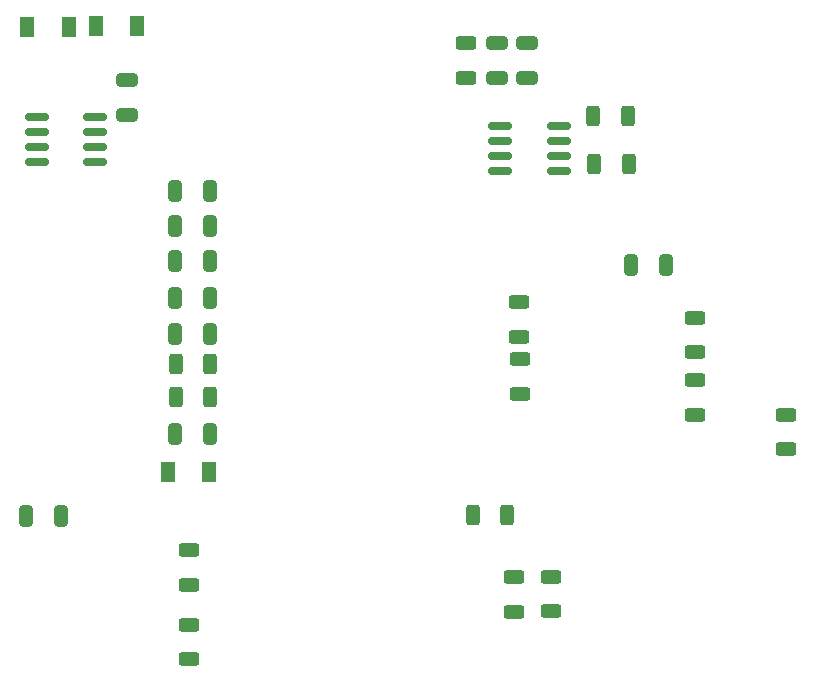
<source format=gbr>
%TF.GenerationSoftware,KiCad,Pcbnew,(6.0.7)*%
%TF.CreationDate,2023-04-23T16:52:27-04:00*%
%TF.ProjectId,NPN Tracer V2b-jlcpcb,4e504e20-5472-4616-9365-72205632622d,rev?*%
%TF.SameCoordinates,Original*%
%TF.FileFunction,Paste,Top*%
%TF.FilePolarity,Positive*%
%FSLAX46Y46*%
G04 Gerber Fmt 4.6, Leading zero omitted, Abs format (unit mm)*
G04 Created by KiCad (PCBNEW (6.0.7)) date 2023-04-23 16:52:27*
%MOMM*%
%LPD*%
G01*
G04 APERTURE LIST*
G04 Aperture macros list*
%AMRoundRect*
0 Rectangle with rounded corners*
0 $1 Rounding radius*
0 $2 $3 $4 $5 $6 $7 $8 $9 X,Y pos of 4 corners*
0 Add a 4 corners polygon primitive as box body*
4,1,4,$2,$3,$4,$5,$6,$7,$8,$9,$2,$3,0*
0 Add four circle primitives for the rounded corners*
1,1,$1+$1,$2,$3*
1,1,$1+$1,$4,$5*
1,1,$1+$1,$6,$7*
1,1,$1+$1,$8,$9*
0 Add four rect primitives between the rounded corners*
20,1,$1+$1,$2,$3,$4,$5,0*
20,1,$1+$1,$4,$5,$6,$7,0*
20,1,$1+$1,$6,$7,$8,$9,0*
20,1,$1+$1,$8,$9,$2,$3,0*%
G04 Aperture macros list end*
%ADD10RoundRect,0.150000X-0.825000X-0.150000X0.825000X-0.150000X0.825000X0.150000X-0.825000X0.150000X0*%
%ADD11RoundRect,0.250000X0.325000X0.650000X-0.325000X0.650000X-0.325000X-0.650000X0.325000X-0.650000X0*%
%ADD12RoundRect,0.250000X0.625000X-0.312500X0.625000X0.312500X-0.625000X0.312500X-0.625000X-0.312500X0*%
%ADD13R,1.300000X1.700000*%
%ADD14RoundRect,0.250000X0.312500X0.625000X-0.312500X0.625000X-0.312500X-0.625000X0.312500X-0.625000X0*%
%ADD15RoundRect,0.250000X-0.625000X0.312500X-0.625000X-0.312500X0.625000X-0.312500X0.625000X0.312500X0*%
%ADD16RoundRect,0.250000X-0.312500X-0.625000X0.312500X-0.625000X0.312500X0.625000X-0.312500X0.625000X0*%
%ADD17RoundRect,0.250000X-0.650000X0.325000X-0.650000X-0.325000X0.650000X-0.325000X0.650000X0.325000X0*%
G04 APERTURE END LIST*
D10*
%TO.C,U2*%
X103697000Y-76200000D03*
X103697000Y-77470000D03*
X103697000Y-78740000D03*
X103697000Y-80010000D03*
X108647000Y-80010000D03*
X108647000Y-78740000D03*
X108647000Y-77470000D03*
X108647000Y-76200000D03*
%TD*%
%TO.C,U4*%
X64454000Y-75438000D03*
X64454000Y-76708000D03*
X64454000Y-77978000D03*
X64454000Y-79248000D03*
X69404000Y-79248000D03*
X69404000Y-77978000D03*
X69404000Y-76708000D03*
X69404000Y-75438000D03*
%TD*%
D11*
%TO.C,C15*%
X66499000Y-109220000D03*
X63549000Y-109220000D03*
%TD*%
D12*
%TO.C,R14*%
X77343000Y-115066000D03*
X77343000Y-112141000D03*
%TD*%
D13*
%TO.C,D3*%
X69433500Y-67754500D03*
X72933500Y-67754500D03*
%TD*%
%TO.C,D4*%
X63655000Y-67818000D03*
X67155000Y-67818000D03*
%TD*%
D14*
%TO.C,R16*%
X79123000Y-99123500D03*
X76198000Y-99123500D03*
%TD*%
D12*
%TO.C,R13*%
X104838500Y-117350000D03*
X104838500Y-114425000D03*
%TD*%
%TO.C,R12*%
X107950000Y-117286500D03*
X107950000Y-114361500D03*
%TD*%
D15*
%TO.C,R17*%
X77343000Y-118423500D03*
X77343000Y-121348500D03*
%TD*%
D13*
%TO.C,D5*%
X79029500Y-105537000D03*
X75529500Y-105537000D03*
%TD*%
D14*
%TO.C,R15*%
X79123000Y-96393000D03*
X76198000Y-96393000D03*
%TD*%
D11*
%TO.C,C13*%
X79135500Y-84709000D03*
X76185500Y-84709000D03*
%TD*%
%TO.C,C12*%
X79072000Y-93789500D03*
X76122000Y-93789500D03*
%TD*%
D12*
%TO.C,R3*%
X105297500Y-94047500D03*
X105297500Y-91122500D03*
%TD*%
%TO.C,R9*%
X127889000Y-103570500D03*
X127889000Y-100645500D03*
%TD*%
D16*
%TO.C,R1*%
X111631000Y-79438500D03*
X114556000Y-79438500D03*
%TD*%
D11*
%TO.C,C10*%
X79135500Y-90741500D03*
X76185500Y-90741500D03*
%TD*%
D12*
%TO.C,R2*%
X105361000Y-98871500D03*
X105361000Y-95946500D03*
%TD*%
D11*
%TO.C,C11*%
X79135500Y-87630000D03*
X76185500Y-87630000D03*
%TD*%
D17*
%TO.C,C2*%
X105918000Y-69200500D03*
X105918000Y-72150500D03*
%TD*%
D11*
%TO.C,C14*%
X79135500Y-81724500D03*
X76185500Y-81724500D03*
%TD*%
D17*
%TO.C,C3*%
X103378000Y-69200500D03*
X103378000Y-72150500D03*
%TD*%
%TO.C,C6*%
X72072500Y-72312000D03*
X72072500Y-75262000D03*
%TD*%
D12*
%TO.C,R11*%
X120142000Y-95379000D03*
X120142000Y-92454000D03*
%TD*%
D11*
%TO.C,C9*%
X79072000Y-102298500D03*
X76122000Y-102298500D03*
%TD*%
D12*
%TO.C,R7*%
X100774500Y-72138000D03*
X100774500Y-69213000D03*
%TD*%
D14*
%TO.C,R4*%
X104269000Y-109156500D03*
X101344000Y-109156500D03*
%TD*%
D11*
%TO.C,C1*%
X117680000Y-87947500D03*
X114730000Y-87947500D03*
%TD*%
D12*
%TO.C,R10*%
X120205500Y-100649500D03*
X120205500Y-97724500D03*
%TD*%
D16*
%TO.C,R8*%
X111567500Y-75374500D03*
X114492500Y-75374500D03*
%TD*%
M02*

</source>
